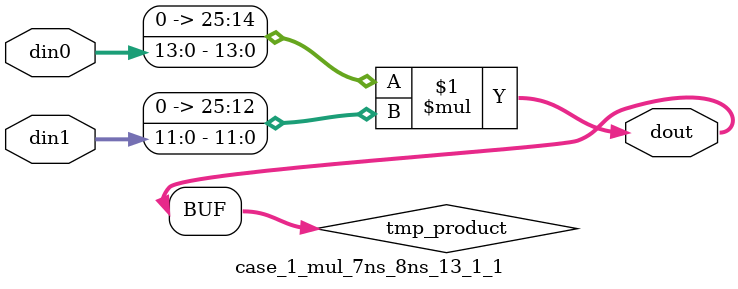
<source format=v>

`timescale 1 ns / 1 ps

 (* use_dsp = "no" *)  module case_1_mul_7ns_8ns_13_1_1(din0, din1, dout);
parameter ID = 1;
parameter NUM_STAGE = 0;
parameter din0_WIDTH = 14;
parameter din1_WIDTH = 12;
parameter dout_WIDTH = 26;

input [din0_WIDTH - 1 : 0] din0; 
input [din1_WIDTH - 1 : 0] din1; 
output [dout_WIDTH - 1 : 0] dout;

wire signed [dout_WIDTH - 1 : 0] tmp_product;
























assign tmp_product = $signed({1'b0, din0}) * $signed({1'b0, din1});











assign dout = tmp_product;





















endmodule

</source>
